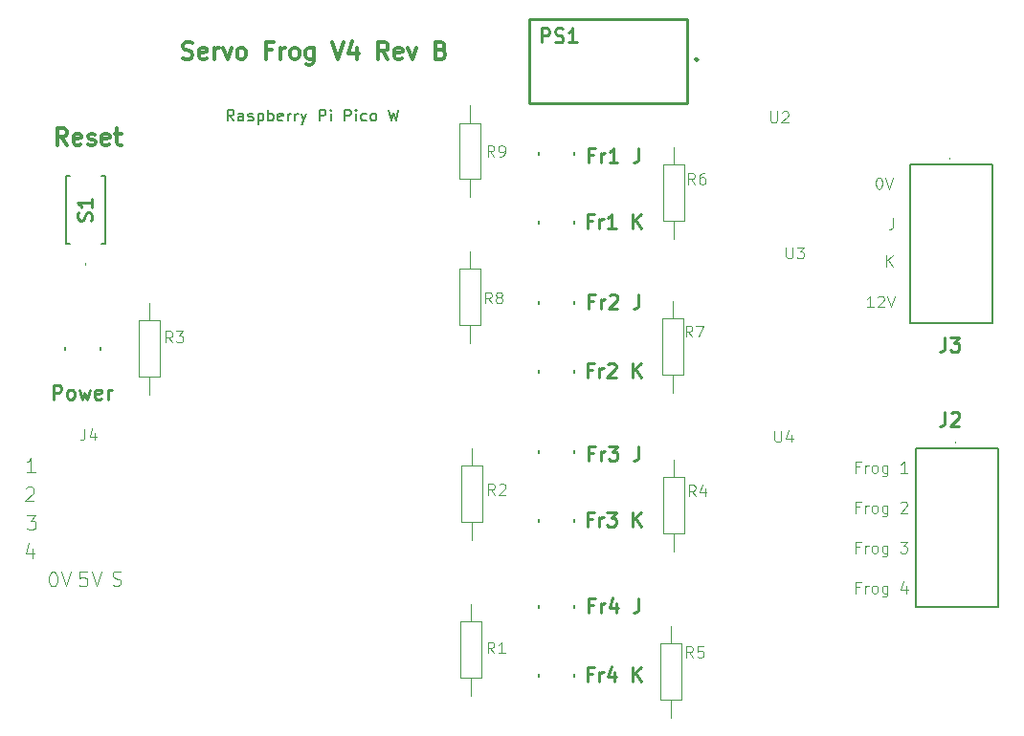
<source format=gbr>
%TF.GenerationSoftware,KiCad,Pcbnew,8.0.8*%
%TF.CreationDate,2025-03-04T21:19:46+00:00*%
%TF.ProjectId,Servo Frog V4 Rev B,53657276-6f20-4467-926f-672056342052,rev?*%
%TF.SameCoordinates,Original*%
%TF.FileFunction,Legend,Top*%
%TF.FilePolarity,Positive*%
%FSLAX46Y46*%
G04 Gerber Fmt 4.6, Leading zero omitted, Abs format (unit mm)*
G04 Created by KiCad (PCBNEW 8.0.8) date 2025-03-04 21:19:46*
%MOMM*%
%LPD*%
G01*
G04 APERTURE LIST*
%ADD10C,0.100000*%
%ADD11C,0.300000*%
%ADD12C,0.254000*%
%ADD13C,0.150000*%
%ADD14C,0.200000*%
G04 APERTURE END LIST*
D10*
X115683238Y-106455178D02*
X115804191Y-106455178D01*
X115804191Y-106455178D02*
X115925143Y-106515654D01*
X115925143Y-106515654D02*
X115985619Y-106576130D01*
X115985619Y-106576130D02*
X116046095Y-106697082D01*
X116046095Y-106697082D02*
X116106572Y-106938987D01*
X116106572Y-106938987D02*
X116106572Y-107241368D01*
X116106572Y-107241368D02*
X116046095Y-107483273D01*
X116046095Y-107483273D02*
X115985619Y-107604225D01*
X115985619Y-107604225D02*
X115925143Y-107664702D01*
X115925143Y-107664702D02*
X115804191Y-107725178D01*
X115804191Y-107725178D02*
X115683238Y-107725178D01*
X115683238Y-107725178D02*
X115562286Y-107664702D01*
X115562286Y-107664702D02*
X115501810Y-107604225D01*
X115501810Y-107604225D02*
X115441333Y-107483273D01*
X115441333Y-107483273D02*
X115380857Y-107241368D01*
X115380857Y-107241368D02*
X115380857Y-106938987D01*
X115380857Y-106938987D02*
X115441333Y-106697082D01*
X115441333Y-106697082D02*
X115501810Y-106576130D01*
X115501810Y-106576130D02*
X115562286Y-106515654D01*
X115562286Y-106515654D02*
X115683238Y-106455178D01*
X116469429Y-106455178D02*
X116892762Y-107725178D01*
X116892762Y-107725178D02*
X117316096Y-106455178D01*
X114152726Y-97621002D02*
X113427011Y-97621002D01*
X113789868Y-97621002D02*
X113789868Y-96351002D01*
X113789868Y-96351002D02*
X113668916Y-96532430D01*
X113668916Y-96532430D02*
X113547964Y-96653383D01*
X113547964Y-96653383D02*
X113427011Y-96713859D01*
X188759160Y-71516419D02*
X188854398Y-71516419D01*
X188854398Y-71516419D02*
X188949636Y-71564038D01*
X188949636Y-71564038D02*
X188997255Y-71611657D01*
X188997255Y-71611657D02*
X189044874Y-71706895D01*
X189044874Y-71706895D02*
X189092493Y-71897371D01*
X189092493Y-71897371D02*
X189092493Y-72135466D01*
X189092493Y-72135466D02*
X189044874Y-72325942D01*
X189044874Y-72325942D02*
X188997255Y-72421180D01*
X188997255Y-72421180D02*
X188949636Y-72468800D01*
X188949636Y-72468800D02*
X188854398Y-72516419D01*
X188854398Y-72516419D02*
X188759160Y-72516419D01*
X188759160Y-72516419D02*
X188663922Y-72468800D01*
X188663922Y-72468800D02*
X188616303Y-72421180D01*
X188616303Y-72421180D02*
X188568684Y-72325942D01*
X188568684Y-72325942D02*
X188521065Y-72135466D01*
X188521065Y-72135466D02*
X188521065Y-71897371D01*
X188521065Y-71897371D02*
X188568684Y-71706895D01*
X188568684Y-71706895D02*
X188616303Y-71611657D01*
X188616303Y-71611657D02*
X188663922Y-71564038D01*
X188663922Y-71564038D02*
X188759160Y-71516419D01*
X189378208Y-71516419D02*
X189711541Y-72516419D01*
X189711541Y-72516419D02*
X190044874Y-71516419D01*
X113315363Y-99039866D02*
X113375839Y-98979390D01*
X113375839Y-98979390D02*
X113496792Y-98918914D01*
X113496792Y-98918914D02*
X113799173Y-98918914D01*
X113799173Y-98918914D02*
X113920125Y-98979390D01*
X113920125Y-98979390D02*
X113980601Y-99039866D01*
X113980601Y-99039866D02*
X114041078Y-99160818D01*
X114041078Y-99160818D02*
X114041078Y-99281771D01*
X114041078Y-99281771D02*
X113980601Y-99463199D01*
X113980601Y-99463199D02*
X113254887Y-100188914D01*
X113254887Y-100188914D02*
X114041078Y-100188914D01*
X190073598Y-75072419D02*
X190073598Y-75786704D01*
X190073598Y-75786704D02*
X190025979Y-75929561D01*
X190025979Y-75929561D02*
X189930741Y-76024800D01*
X189930741Y-76024800D02*
X189787884Y-76072419D01*
X189787884Y-76072419D02*
X189692646Y-76072419D01*
D11*
X127229082Y-60943400D02*
X127443368Y-61014828D01*
X127443368Y-61014828D02*
X127800510Y-61014828D01*
X127800510Y-61014828D02*
X127943368Y-60943400D01*
X127943368Y-60943400D02*
X128014796Y-60871971D01*
X128014796Y-60871971D02*
X128086225Y-60729114D01*
X128086225Y-60729114D02*
X128086225Y-60586257D01*
X128086225Y-60586257D02*
X128014796Y-60443400D01*
X128014796Y-60443400D02*
X127943368Y-60371971D01*
X127943368Y-60371971D02*
X127800510Y-60300542D01*
X127800510Y-60300542D02*
X127514796Y-60229114D01*
X127514796Y-60229114D02*
X127371939Y-60157685D01*
X127371939Y-60157685D02*
X127300510Y-60086257D01*
X127300510Y-60086257D02*
X127229082Y-59943400D01*
X127229082Y-59943400D02*
X127229082Y-59800542D01*
X127229082Y-59800542D02*
X127300510Y-59657685D01*
X127300510Y-59657685D02*
X127371939Y-59586257D01*
X127371939Y-59586257D02*
X127514796Y-59514828D01*
X127514796Y-59514828D02*
X127871939Y-59514828D01*
X127871939Y-59514828D02*
X128086225Y-59586257D01*
X129300510Y-60943400D02*
X129157653Y-61014828D01*
X129157653Y-61014828D02*
X128871939Y-61014828D01*
X128871939Y-61014828D02*
X128729081Y-60943400D01*
X128729081Y-60943400D02*
X128657653Y-60800542D01*
X128657653Y-60800542D02*
X128657653Y-60229114D01*
X128657653Y-60229114D02*
X128729081Y-60086257D01*
X128729081Y-60086257D02*
X128871939Y-60014828D01*
X128871939Y-60014828D02*
X129157653Y-60014828D01*
X129157653Y-60014828D02*
X129300510Y-60086257D01*
X129300510Y-60086257D02*
X129371939Y-60229114D01*
X129371939Y-60229114D02*
X129371939Y-60371971D01*
X129371939Y-60371971D02*
X128657653Y-60514828D01*
X130014795Y-61014828D02*
X130014795Y-60014828D01*
X130014795Y-60300542D02*
X130086224Y-60157685D01*
X130086224Y-60157685D02*
X130157653Y-60086257D01*
X130157653Y-60086257D02*
X130300510Y-60014828D01*
X130300510Y-60014828D02*
X130443367Y-60014828D01*
X130800509Y-60014828D02*
X131157652Y-61014828D01*
X131157652Y-61014828D02*
X131514795Y-60014828D01*
X132300509Y-61014828D02*
X132157652Y-60943400D01*
X132157652Y-60943400D02*
X132086223Y-60871971D01*
X132086223Y-60871971D02*
X132014795Y-60729114D01*
X132014795Y-60729114D02*
X132014795Y-60300542D01*
X132014795Y-60300542D02*
X132086223Y-60157685D01*
X132086223Y-60157685D02*
X132157652Y-60086257D01*
X132157652Y-60086257D02*
X132300509Y-60014828D01*
X132300509Y-60014828D02*
X132514795Y-60014828D01*
X132514795Y-60014828D02*
X132657652Y-60086257D01*
X132657652Y-60086257D02*
X132729081Y-60157685D01*
X132729081Y-60157685D02*
X132800509Y-60300542D01*
X132800509Y-60300542D02*
X132800509Y-60729114D01*
X132800509Y-60729114D02*
X132729081Y-60871971D01*
X132729081Y-60871971D02*
X132657652Y-60943400D01*
X132657652Y-60943400D02*
X132514795Y-61014828D01*
X132514795Y-61014828D02*
X132300509Y-61014828D01*
X135086223Y-60229114D02*
X134586223Y-60229114D01*
X134586223Y-61014828D02*
X134586223Y-59514828D01*
X134586223Y-59514828D02*
X135300509Y-59514828D01*
X135871937Y-61014828D02*
X135871937Y-60014828D01*
X135871937Y-60300542D02*
X135943366Y-60157685D01*
X135943366Y-60157685D02*
X136014795Y-60086257D01*
X136014795Y-60086257D02*
X136157652Y-60014828D01*
X136157652Y-60014828D02*
X136300509Y-60014828D01*
X137014794Y-61014828D02*
X136871937Y-60943400D01*
X136871937Y-60943400D02*
X136800508Y-60871971D01*
X136800508Y-60871971D02*
X136729080Y-60729114D01*
X136729080Y-60729114D02*
X136729080Y-60300542D01*
X136729080Y-60300542D02*
X136800508Y-60157685D01*
X136800508Y-60157685D02*
X136871937Y-60086257D01*
X136871937Y-60086257D02*
X137014794Y-60014828D01*
X137014794Y-60014828D02*
X137229080Y-60014828D01*
X137229080Y-60014828D02*
X137371937Y-60086257D01*
X137371937Y-60086257D02*
X137443366Y-60157685D01*
X137443366Y-60157685D02*
X137514794Y-60300542D01*
X137514794Y-60300542D02*
X137514794Y-60729114D01*
X137514794Y-60729114D02*
X137443366Y-60871971D01*
X137443366Y-60871971D02*
X137371937Y-60943400D01*
X137371937Y-60943400D02*
X137229080Y-61014828D01*
X137229080Y-61014828D02*
X137014794Y-61014828D01*
X138800509Y-60014828D02*
X138800509Y-61229114D01*
X138800509Y-61229114D02*
X138729080Y-61371971D01*
X138729080Y-61371971D02*
X138657651Y-61443400D01*
X138657651Y-61443400D02*
X138514794Y-61514828D01*
X138514794Y-61514828D02*
X138300509Y-61514828D01*
X138300509Y-61514828D02*
X138157651Y-61443400D01*
X138800509Y-60943400D02*
X138657651Y-61014828D01*
X138657651Y-61014828D02*
X138371937Y-61014828D01*
X138371937Y-61014828D02*
X138229080Y-60943400D01*
X138229080Y-60943400D02*
X138157651Y-60871971D01*
X138157651Y-60871971D02*
X138086223Y-60729114D01*
X138086223Y-60729114D02*
X138086223Y-60300542D01*
X138086223Y-60300542D02*
X138157651Y-60157685D01*
X138157651Y-60157685D02*
X138229080Y-60086257D01*
X138229080Y-60086257D02*
X138371937Y-60014828D01*
X138371937Y-60014828D02*
X138657651Y-60014828D01*
X138657651Y-60014828D02*
X138800509Y-60086257D01*
X140443366Y-59514828D02*
X140943366Y-61014828D01*
X140943366Y-61014828D02*
X141443366Y-59514828D01*
X142586223Y-60014828D02*
X142586223Y-61014828D01*
X142229080Y-59443400D02*
X141871937Y-60514828D01*
X141871937Y-60514828D02*
X142800508Y-60514828D01*
X145371936Y-61014828D02*
X144871936Y-60300542D01*
X144514793Y-61014828D02*
X144514793Y-59514828D01*
X144514793Y-59514828D02*
X145086222Y-59514828D01*
X145086222Y-59514828D02*
X145229079Y-59586257D01*
X145229079Y-59586257D02*
X145300508Y-59657685D01*
X145300508Y-59657685D02*
X145371936Y-59800542D01*
X145371936Y-59800542D02*
X145371936Y-60014828D01*
X145371936Y-60014828D02*
X145300508Y-60157685D01*
X145300508Y-60157685D02*
X145229079Y-60229114D01*
X145229079Y-60229114D02*
X145086222Y-60300542D01*
X145086222Y-60300542D02*
X144514793Y-60300542D01*
X146586222Y-60943400D02*
X146443365Y-61014828D01*
X146443365Y-61014828D02*
X146157651Y-61014828D01*
X146157651Y-61014828D02*
X146014793Y-60943400D01*
X146014793Y-60943400D02*
X145943365Y-60800542D01*
X145943365Y-60800542D02*
X145943365Y-60229114D01*
X145943365Y-60229114D02*
X146014793Y-60086257D01*
X146014793Y-60086257D02*
X146157651Y-60014828D01*
X146157651Y-60014828D02*
X146443365Y-60014828D01*
X146443365Y-60014828D02*
X146586222Y-60086257D01*
X146586222Y-60086257D02*
X146657651Y-60229114D01*
X146657651Y-60229114D02*
X146657651Y-60371971D01*
X146657651Y-60371971D02*
X145943365Y-60514828D01*
X147157650Y-60014828D02*
X147514793Y-61014828D01*
X147514793Y-61014828D02*
X147871936Y-60014828D01*
X150086221Y-60229114D02*
X150300507Y-60300542D01*
X150300507Y-60300542D02*
X150371936Y-60371971D01*
X150371936Y-60371971D02*
X150443364Y-60514828D01*
X150443364Y-60514828D02*
X150443364Y-60729114D01*
X150443364Y-60729114D02*
X150371936Y-60871971D01*
X150371936Y-60871971D02*
X150300507Y-60943400D01*
X150300507Y-60943400D02*
X150157650Y-61014828D01*
X150157650Y-61014828D02*
X149586221Y-61014828D01*
X149586221Y-61014828D02*
X149586221Y-59514828D01*
X149586221Y-59514828D02*
X150086221Y-59514828D01*
X150086221Y-59514828D02*
X150229079Y-59586257D01*
X150229079Y-59586257D02*
X150300507Y-59657685D01*
X150300507Y-59657685D02*
X150371936Y-59800542D01*
X150371936Y-59800542D02*
X150371936Y-59943400D01*
X150371936Y-59943400D02*
X150300507Y-60086257D01*
X150300507Y-60086257D02*
X150229079Y-60157685D01*
X150229079Y-60157685D02*
X150086221Y-60229114D01*
X150086221Y-60229114D02*
X149586221Y-60229114D01*
D10*
X118721362Y-106442295D02*
X118116600Y-106442295D01*
X118116600Y-106442295D02*
X118056124Y-107047057D01*
X118056124Y-107047057D02*
X118116600Y-106986580D01*
X118116600Y-106986580D02*
X118237553Y-106926104D01*
X118237553Y-106926104D02*
X118539934Y-106926104D01*
X118539934Y-106926104D02*
X118660886Y-106986580D01*
X118660886Y-106986580D02*
X118721362Y-107047057D01*
X118721362Y-107047057D02*
X118781839Y-107168009D01*
X118781839Y-107168009D02*
X118781839Y-107470390D01*
X118781839Y-107470390D02*
X118721362Y-107591342D01*
X118721362Y-107591342D02*
X118660886Y-107651819D01*
X118660886Y-107651819D02*
X118539934Y-107712295D01*
X118539934Y-107712295D02*
X118237553Y-107712295D01*
X118237553Y-107712295D02*
X118116600Y-107651819D01*
X118116600Y-107651819D02*
X118056124Y-107591342D01*
X119144696Y-106442295D02*
X119568029Y-107712295D01*
X119568029Y-107712295D02*
X119991363Y-106442295D01*
X121019099Y-107608878D02*
X121200528Y-107669354D01*
X121200528Y-107669354D02*
X121502909Y-107669354D01*
X121502909Y-107669354D02*
X121623861Y-107608878D01*
X121623861Y-107608878D02*
X121684337Y-107548401D01*
X121684337Y-107548401D02*
X121744814Y-107427449D01*
X121744814Y-107427449D02*
X121744814Y-107306497D01*
X121744814Y-107306497D02*
X121684337Y-107185544D01*
X121684337Y-107185544D02*
X121623861Y-107125068D01*
X121623861Y-107125068D02*
X121502909Y-107064592D01*
X121502909Y-107064592D02*
X121261004Y-107004116D01*
X121261004Y-107004116D02*
X121140052Y-106943639D01*
X121140052Y-106943639D02*
X121079575Y-106883163D01*
X121079575Y-106883163D02*
X121019099Y-106762211D01*
X121019099Y-106762211D02*
X121019099Y-106641258D01*
X121019099Y-106641258D02*
X121079575Y-106520306D01*
X121079575Y-106520306D02*
X121140052Y-106459830D01*
X121140052Y-106459830D02*
X121261004Y-106399354D01*
X121261004Y-106399354D02*
X121563385Y-106399354D01*
X121563385Y-106399354D02*
X121744814Y-106459830D01*
X187073217Y-97138609D02*
X186739884Y-97138609D01*
X186739884Y-97662419D02*
X186739884Y-96662419D01*
X186739884Y-96662419D02*
X187216074Y-96662419D01*
X187597027Y-97662419D02*
X187597027Y-96995752D01*
X187597027Y-97186228D02*
X187644646Y-97090990D01*
X187644646Y-97090990D02*
X187692265Y-97043371D01*
X187692265Y-97043371D02*
X187787503Y-96995752D01*
X187787503Y-96995752D02*
X187882741Y-96995752D01*
X188358932Y-97662419D02*
X188263694Y-97614800D01*
X188263694Y-97614800D02*
X188216075Y-97567180D01*
X188216075Y-97567180D02*
X188168456Y-97471942D01*
X188168456Y-97471942D02*
X188168456Y-97186228D01*
X188168456Y-97186228D02*
X188216075Y-97090990D01*
X188216075Y-97090990D02*
X188263694Y-97043371D01*
X188263694Y-97043371D02*
X188358932Y-96995752D01*
X188358932Y-96995752D02*
X188501789Y-96995752D01*
X188501789Y-96995752D02*
X188597027Y-97043371D01*
X188597027Y-97043371D02*
X188644646Y-97090990D01*
X188644646Y-97090990D02*
X188692265Y-97186228D01*
X188692265Y-97186228D02*
X188692265Y-97471942D01*
X188692265Y-97471942D02*
X188644646Y-97567180D01*
X188644646Y-97567180D02*
X188597027Y-97614800D01*
X188597027Y-97614800D02*
X188501789Y-97662419D01*
X188501789Y-97662419D02*
X188358932Y-97662419D01*
X189549408Y-96995752D02*
X189549408Y-97805276D01*
X189549408Y-97805276D02*
X189501789Y-97900514D01*
X189501789Y-97900514D02*
X189454170Y-97948133D01*
X189454170Y-97948133D02*
X189358932Y-97995752D01*
X189358932Y-97995752D02*
X189216075Y-97995752D01*
X189216075Y-97995752D02*
X189120837Y-97948133D01*
X189549408Y-97614800D02*
X189454170Y-97662419D01*
X189454170Y-97662419D02*
X189263694Y-97662419D01*
X189263694Y-97662419D02*
X189168456Y-97614800D01*
X189168456Y-97614800D02*
X189120837Y-97567180D01*
X189120837Y-97567180D02*
X189073218Y-97471942D01*
X189073218Y-97471942D02*
X189073218Y-97186228D01*
X189073218Y-97186228D02*
X189120837Y-97090990D01*
X189120837Y-97090990D02*
X189168456Y-97043371D01*
X189168456Y-97043371D02*
X189263694Y-96995752D01*
X189263694Y-96995752D02*
X189454170Y-96995752D01*
X189454170Y-96995752D02*
X189549408Y-97043371D01*
X191311313Y-97662419D02*
X190739885Y-97662419D01*
X191025599Y-97662419D02*
X191025599Y-96662419D01*
X191025599Y-96662419D02*
X190930361Y-96805276D01*
X190930361Y-96805276D02*
X190835123Y-96900514D01*
X190835123Y-96900514D02*
X190739885Y-96948133D01*
X187073217Y-104250609D02*
X186739884Y-104250609D01*
X186739884Y-104774419D02*
X186739884Y-103774419D01*
X186739884Y-103774419D02*
X187216074Y-103774419D01*
X187597027Y-104774419D02*
X187597027Y-104107752D01*
X187597027Y-104298228D02*
X187644646Y-104202990D01*
X187644646Y-104202990D02*
X187692265Y-104155371D01*
X187692265Y-104155371D02*
X187787503Y-104107752D01*
X187787503Y-104107752D02*
X187882741Y-104107752D01*
X188358932Y-104774419D02*
X188263694Y-104726800D01*
X188263694Y-104726800D02*
X188216075Y-104679180D01*
X188216075Y-104679180D02*
X188168456Y-104583942D01*
X188168456Y-104583942D02*
X188168456Y-104298228D01*
X188168456Y-104298228D02*
X188216075Y-104202990D01*
X188216075Y-104202990D02*
X188263694Y-104155371D01*
X188263694Y-104155371D02*
X188358932Y-104107752D01*
X188358932Y-104107752D02*
X188501789Y-104107752D01*
X188501789Y-104107752D02*
X188597027Y-104155371D01*
X188597027Y-104155371D02*
X188644646Y-104202990D01*
X188644646Y-104202990D02*
X188692265Y-104298228D01*
X188692265Y-104298228D02*
X188692265Y-104583942D01*
X188692265Y-104583942D02*
X188644646Y-104679180D01*
X188644646Y-104679180D02*
X188597027Y-104726800D01*
X188597027Y-104726800D02*
X188501789Y-104774419D01*
X188501789Y-104774419D02*
X188358932Y-104774419D01*
X189549408Y-104107752D02*
X189549408Y-104917276D01*
X189549408Y-104917276D02*
X189501789Y-105012514D01*
X189501789Y-105012514D02*
X189454170Y-105060133D01*
X189454170Y-105060133D02*
X189358932Y-105107752D01*
X189358932Y-105107752D02*
X189216075Y-105107752D01*
X189216075Y-105107752D02*
X189120837Y-105060133D01*
X189549408Y-104726800D02*
X189454170Y-104774419D01*
X189454170Y-104774419D02*
X189263694Y-104774419D01*
X189263694Y-104774419D02*
X189168456Y-104726800D01*
X189168456Y-104726800D02*
X189120837Y-104679180D01*
X189120837Y-104679180D02*
X189073218Y-104583942D01*
X189073218Y-104583942D02*
X189073218Y-104298228D01*
X189073218Y-104298228D02*
X189120837Y-104202990D01*
X189120837Y-104202990D02*
X189168456Y-104155371D01*
X189168456Y-104155371D02*
X189263694Y-104107752D01*
X189263694Y-104107752D02*
X189454170Y-104107752D01*
X189454170Y-104107752D02*
X189549408Y-104155371D01*
X190692266Y-103774419D02*
X191311313Y-103774419D01*
X191311313Y-103774419D02*
X190977980Y-104155371D01*
X190977980Y-104155371D02*
X191120837Y-104155371D01*
X191120837Y-104155371D02*
X191216075Y-104202990D01*
X191216075Y-104202990D02*
X191263694Y-104250609D01*
X191263694Y-104250609D02*
X191311313Y-104345847D01*
X191311313Y-104345847D02*
X191311313Y-104583942D01*
X191311313Y-104583942D02*
X191263694Y-104679180D01*
X191263694Y-104679180D02*
X191216075Y-104726800D01*
X191216075Y-104726800D02*
X191120837Y-104774419D01*
X191120837Y-104774419D02*
X190835123Y-104774419D01*
X190835123Y-104774419D02*
X190739885Y-104726800D01*
X190739885Y-104726800D02*
X190692266Y-104679180D01*
D11*
X116981653Y-68634828D02*
X116481653Y-67920542D01*
X116124510Y-68634828D02*
X116124510Y-67134828D01*
X116124510Y-67134828D02*
X116695939Y-67134828D01*
X116695939Y-67134828D02*
X116838796Y-67206257D01*
X116838796Y-67206257D02*
X116910225Y-67277685D01*
X116910225Y-67277685D02*
X116981653Y-67420542D01*
X116981653Y-67420542D02*
X116981653Y-67634828D01*
X116981653Y-67634828D02*
X116910225Y-67777685D01*
X116910225Y-67777685D02*
X116838796Y-67849114D01*
X116838796Y-67849114D02*
X116695939Y-67920542D01*
X116695939Y-67920542D02*
X116124510Y-67920542D01*
X118195939Y-68563400D02*
X118053082Y-68634828D01*
X118053082Y-68634828D02*
X117767368Y-68634828D01*
X117767368Y-68634828D02*
X117624510Y-68563400D01*
X117624510Y-68563400D02*
X117553082Y-68420542D01*
X117553082Y-68420542D02*
X117553082Y-67849114D01*
X117553082Y-67849114D02*
X117624510Y-67706257D01*
X117624510Y-67706257D02*
X117767368Y-67634828D01*
X117767368Y-67634828D02*
X118053082Y-67634828D01*
X118053082Y-67634828D02*
X118195939Y-67706257D01*
X118195939Y-67706257D02*
X118267368Y-67849114D01*
X118267368Y-67849114D02*
X118267368Y-67991971D01*
X118267368Y-67991971D02*
X117553082Y-68134828D01*
X118838796Y-68563400D02*
X118981653Y-68634828D01*
X118981653Y-68634828D02*
X119267367Y-68634828D01*
X119267367Y-68634828D02*
X119410224Y-68563400D01*
X119410224Y-68563400D02*
X119481653Y-68420542D01*
X119481653Y-68420542D02*
X119481653Y-68349114D01*
X119481653Y-68349114D02*
X119410224Y-68206257D01*
X119410224Y-68206257D02*
X119267367Y-68134828D01*
X119267367Y-68134828D02*
X119053082Y-68134828D01*
X119053082Y-68134828D02*
X118910224Y-68063400D01*
X118910224Y-68063400D02*
X118838796Y-67920542D01*
X118838796Y-67920542D02*
X118838796Y-67849114D01*
X118838796Y-67849114D02*
X118910224Y-67706257D01*
X118910224Y-67706257D02*
X119053082Y-67634828D01*
X119053082Y-67634828D02*
X119267367Y-67634828D01*
X119267367Y-67634828D02*
X119410224Y-67706257D01*
X120695939Y-68563400D02*
X120553082Y-68634828D01*
X120553082Y-68634828D02*
X120267368Y-68634828D01*
X120267368Y-68634828D02*
X120124510Y-68563400D01*
X120124510Y-68563400D02*
X120053082Y-68420542D01*
X120053082Y-68420542D02*
X120053082Y-67849114D01*
X120053082Y-67849114D02*
X120124510Y-67706257D01*
X120124510Y-67706257D02*
X120267368Y-67634828D01*
X120267368Y-67634828D02*
X120553082Y-67634828D01*
X120553082Y-67634828D02*
X120695939Y-67706257D01*
X120695939Y-67706257D02*
X120767368Y-67849114D01*
X120767368Y-67849114D02*
X120767368Y-67991971D01*
X120767368Y-67991971D02*
X120053082Y-68134828D01*
X121195939Y-67634828D02*
X121767367Y-67634828D01*
X121410224Y-67134828D02*
X121410224Y-68420542D01*
X121410224Y-68420542D02*
X121481653Y-68563400D01*
X121481653Y-68563400D02*
X121624510Y-68634828D01*
X121624510Y-68634828D02*
X121767367Y-68634828D01*
D10*
X189483084Y-79374419D02*
X189483084Y-78374419D01*
X190054512Y-79374419D02*
X189625941Y-78802990D01*
X190054512Y-78374419D02*
X189483084Y-78945847D01*
X188318769Y-83000199D02*
X187747341Y-83000199D01*
X188033055Y-83000199D02*
X188033055Y-82000199D01*
X188033055Y-82000199D02*
X187937817Y-82143056D01*
X187937817Y-82143056D02*
X187842579Y-82238294D01*
X187842579Y-82238294D02*
X187747341Y-82285913D01*
X188699722Y-82095437D02*
X188747341Y-82047818D01*
X188747341Y-82047818D02*
X188842579Y-82000199D01*
X188842579Y-82000199D02*
X189080674Y-82000199D01*
X189080674Y-82000199D02*
X189175912Y-82047818D01*
X189175912Y-82047818D02*
X189223531Y-82095437D01*
X189223531Y-82095437D02*
X189271150Y-82190675D01*
X189271150Y-82190675D02*
X189271150Y-82285913D01*
X189271150Y-82285913D02*
X189223531Y-82428770D01*
X189223531Y-82428770D02*
X188652103Y-83000199D01*
X188652103Y-83000199D02*
X189271150Y-83000199D01*
X189556865Y-82000199D02*
X189890198Y-83000199D01*
X189890198Y-83000199D02*
X190223531Y-82000199D01*
X113422359Y-101431002D02*
X114208550Y-101431002D01*
X114208550Y-101431002D02*
X113785216Y-101914811D01*
X113785216Y-101914811D02*
X113966645Y-101914811D01*
X113966645Y-101914811D02*
X114087597Y-101975287D01*
X114087597Y-101975287D02*
X114148073Y-102035764D01*
X114148073Y-102035764D02*
X114208550Y-102156716D01*
X114208550Y-102156716D02*
X114208550Y-102459097D01*
X114208550Y-102459097D02*
X114148073Y-102580049D01*
X114148073Y-102580049D02*
X114087597Y-102640526D01*
X114087597Y-102640526D02*
X113966645Y-102701002D01*
X113966645Y-102701002D02*
X113603788Y-102701002D01*
X113603788Y-102701002D02*
X113482835Y-102640526D01*
X113482835Y-102640526D02*
X113422359Y-102580049D01*
X187073217Y-100694609D02*
X186739884Y-100694609D01*
X186739884Y-101218419D02*
X186739884Y-100218419D01*
X186739884Y-100218419D02*
X187216074Y-100218419D01*
X187597027Y-101218419D02*
X187597027Y-100551752D01*
X187597027Y-100742228D02*
X187644646Y-100646990D01*
X187644646Y-100646990D02*
X187692265Y-100599371D01*
X187692265Y-100599371D02*
X187787503Y-100551752D01*
X187787503Y-100551752D02*
X187882741Y-100551752D01*
X188358932Y-101218419D02*
X188263694Y-101170800D01*
X188263694Y-101170800D02*
X188216075Y-101123180D01*
X188216075Y-101123180D02*
X188168456Y-101027942D01*
X188168456Y-101027942D02*
X188168456Y-100742228D01*
X188168456Y-100742228D02*
X188216075Y-100646990D01*
X188216075Y-100646990D02*
X188263694Y-100599371D01*
X188263694Y-100599371D02*
X188358932Y-100551752D01*
X188358932Y-100551752D02*
X188501789Y-100551752D01*
X188501789Y-100551752D02*
X188597027Y-100599371D01*
X188597027Y-100599371D02*
X188644646Y-100646990D01*
X188644646Y-100646990D02*
X188692265Y-100742228D01*
X188692265Y-100742228D02*
X188692265Y-101027942D01*
X188692265Y-101027942D02*
X188644646Y-101123180D01*
X188644646Y-101123180D02*
X188597027Y-101170800D01*
X188597027Y-101170800D02*
X188501789Y-101218419D01*
X188501789Y-101218419D02*
X188358932Y-101218419D01*
X189549408Y-100551752D02*
X189549408Y-101361276D01*
X189549408Y-101361276D02*
X189501789Y-101456514D01*
X189501789Y-101456514D02*
X189454170Y-101504133D01*
X189454170Y-101504133D02*
X189358932Y-101551752D01*
X189358932Y-101551752D02*
X189216075Y-101551752D01*
X189216075Y-101551752D02*
X189120837Y-101504133D01*
X189549408Y-101170800D02*
X189454170Y-101218419D01*
X189454170Y-101218419D02*
X189263694Y-101218419D01*
X189263694Y-101218419D02*
X189168456Y-101170800D01*
X189168456Y-101170800D02*
X189120837Y-101123180D01*
X189120837Y-101123180D02*
X189073218Y-101027942D01*
X189073218Y-101027942D02*
X189073218Y-100742228D01*
X189073218Y-100742228D02*
X189120837Y-100646990D01*
X189120837Y-100646990D02*
X189168456Y-100599371D01*
X189168456Y-100599371D02*
X189263694Y-100551752D01*
X189263694Y-100551752D02*
X189454170Y-100551752D01*
X189454170Y-100551752D02*
X189549408Y-100599371D01*
X190739885Y-100313657D02*
X190787504Y-100266038D01*
X190787504Y-100266038D02*
X190882742Y-100218419D01*
X190882742Y-100218419D02*
X191120837Y-100218419D01*
X191120837Y-100218419D02*
X191216075Y-100266038D01*
X191216075Y-100266038D02*
X191263694Y-100313657D01*
X191263694Y-100313657D02*
X191311313Y-100408895D01*
X191311313Y-100408895D02*
X191311313Y-100504133D01*
X191311313Y-100504133D02*
X191263694Y-100646990D01*
X191263694Y-100646990D02*
X190692266Y-101218419D01*
X190692266Y-101218419D02*
X191311313Y-101218419D01*
X187073217Y-107806609D02*
X186739884Y-107806609D01*
X186739884Y-108330419D02*
X186739884Y-107330419D01*
X186739884Y-107330419D02*
X187216074Y-107330419D01*
X187597027Y-108330419D02*
X187597027Y-107663752D01*
X187597027Y-107854228D02*
X187644646Y-107758990D01*
X187644646Y-107758990D02*
X187692265Y-107711371D01*
X187692265Y-107711371D02*
X187787503Y-107663752D01*
X187787503Y-107663752D02*
X187882741Y-107663752D01*
X188358932Y-108330419D02*
X188263694Y-108282800D01*
X188263694Y-108282800D02*
X188216075Y-108235180D01*
X188216075Y-108235180D02*
X188168456Y-108139942D01*
X188168456Y-108139942D02*
X188168456Y-107854228D01*
X188168456Y-107854228D02*
X188216075Y-107758990D01*
X188216075Y-107758990D02*
X188263694Y-107711371D01*
X188263694Y-107711371D02*
X188358932Y-107663752D01*
X188358932Y-107663752D02*
X188501789Y-107663752D01*
X188501789Y-107663752D02*
X188597027Y-107711371D01*
X188597027Y-107711371D02*
X188644646Y-107758990D01*
X188644646Y-107758990D02*
X188692265Y-107854228D01*
X188692265Y-107854228D02*
X188692265Y-108139942D01*
X188692265Y-108139942D02*
X188644646Y-108235180D01*
X188644646Y-108235180D02*
X188597027Y-108282800D01*
X188597027Y-108282800D02*
X188501789Y-108330419D01*
X188501789Y-108330419D02*
X188358932Y-108330419D01*
X189549408Y-107663752D02*
X189549408Y-108473276D01*
X189549408Y-108473276D02*
X189501789Y-108568514D01*
X189501789Y-108568514D02*
X189454170Y-108616133D01*
X189454170Y-108616133D02*
X189358932Y-108663752D01*
X189358932Y-108663752D02*
X189216075Y-108663752D01*
X189216075Y-108663752D02*
X189120837Y-108616133D01*
X189549408Y-108282800D02*
X189454170Y-108330419D01*
X189454170Y-108330419D02*
X189263694Y-108330419D01*
X189263694Y-108330419D02*
X189168456Y-108282800D01*
X189168456Y-108282800D02*
X189120837Y-108235180D01*
X189120837Y-108235180D02*
X189073218Y-108139942D01*
X189073218Y-108139942D02*
X189073218Y-107854228D01*
X189073218Y-107854228D02*
X189120837Y-107758990D01*
X189120837Y-107758990D02*
X189168456Y-107711371D01*
X189168456Y-107711371D02*
X189263694Y-107663752D01*
X189263694Y-107663752D02*
X189454170Y-107663752D01*
X189454170Y-107663752D02*
X189549408Y-107711371D01*
X191216075Y-107663752D02*
X191216075Y-108330419D01*
X190977980Y-107282800D02*
X190739885Y-107997085D01*
X190739885Y-107997085D02*
X191358932Y-107997085D01*
X113920125Y-104366423D02*
X113920125Y-105213090D01*
X113617744Y-103882614D02*
X113315363Y-104789756D01*
X113315363Y-104789756D02*
X114101554Y-104789756D01*
D12*
X163569953Y-109383080D02*
X163146619Y-109383080D01*
X163146619Y-110048318D02*
X163146619Y-108778318D01*
X163146619Y-108778318D02*
X163751381Y-108778318D01*
X164235190Y-110048318D02*
X164235190Y-109201651D01*
X164235190Y-109443556D02*
X164295667Y-109322603D01*
X164295667Y-109322603D02*
X164356143Y-109262127D01*
X164356143Y-109262127D02*
X164477095Y-109201651D01*
X164477095Y-109201651D02*
X164598048Y-109201651D01*
X165565666Y-109201651D02*
X165565666Y-110048318D01*
X165263285Y-108717842D02*
X164960904Y-109624984D01*
X164960904Y-109624984D02*
X165747095Y-109624984D01*
X167561381Y-108778318D02*
X167561381Y-109685461D01*
X167561381Y-109685461D02*
X167500904Y-109866889D01*
X167500904Y-109866889D02*
X167379952Y-109987842D01*
X167379952Y-109987842D02*
X167198523Y-110048318D01*
X167198523Y-110048318D02*
X167077571Y-110048318D01*
D10*
X179222495Y-65649819D02*
X179222495Y-66459342D01*
X179222495Y-66459342D02*
X179270114Y-66554580D01*
X179270114Y-66554580D02*
X179317733Y-66602200D01*
X179317733Y-66602200D02*
X179412971Y-66649819D01*
X179412971Y-66649819D02*
X179603447Y-66649819D01*
X179603447Y-66649819D02*
X179698685Y-66602200D01*
X179698685Y-66602200D02*
X179746304Y-66554580D01*
X179746304Y-66554580D02*
X179793923Y-66459342D01*
X179793923Y-66459342D02*
X179793923Y-65649819D01*
X180222495Y-65745057D02*
X180270114Y-65697438D01*
X180270114Y-65697438D02*
X180365352Y-65649819D01*
X180365352Y-65649819D02*
X180603447Y-65649819D01*
X180603447Y-65649819D02*
X180698685Y-65697438D01*
X180698685Y-65697438D02*
X180746304Y-65745057D01*
X180746304Y-65745057D02*
X180793923Y-65840295D01*
X180793923Y-65840295D02*
X180793923Y-65935533D01*
X180793923Y-65935533D02*
X180746304Y-66078390D01*
X180746304Y-66078390D02*
X180174876Y-66649819D01*
X180174876Y-66649819D02*
X180793923Y-66649819D01*
X172293750Y-85622781D02*
X171960417Y-85146590D01*
X171722322Y-85622781D02*
X171722322Y-84622781D01*
X171722322Y-84622781D02*
X172103274Y-84622781D01*
X172103274Y-84622781D02*
X172198512Y-84670400D01*
X172198512Y-84670400D02*
X172246131Y-84718019D01*
X172246131Y-84718019D02*
X172293750Y-84813257D01*
X172293750Y-84813257D02*
X172293750Y-84956114D01*
X172293750Y-84956114D02*
X172246131Y-85051352D01*
X172246131Y-85051352D02*
X172198512Y-85098971D01*
X172198512Y-85098971D02*
X172103274Y-85146590D01*
X172103274Y-85146590D02*
X171722322Y-85146590D01*
X172627084Y-84622781D02*
X173293750Y-84622781D01*
X173293750Y-84622781D02*
X172865179Y-85622781D01*
X180594095Y-77689419D02*
X180594095Y-78498942D01*
X180594095Y-78498942D02*
X180641714Y-78594180D01*
X180641714Y-78594180D02*
X180689333Y-78641800D01*
X180689333Y-78641800D02*
X180784571Y-78689419D01*
X180784571Y-78689419D02*
X180975047Y-78689419D01*
X180975047Y-78689419D02*
X181070285Y-78641800D01*
X181070285Y-78641800D02*
X181117904Y-78594180D01*
X181117904Y-78594180D02*
X181165523Y-78498942D01*
X181165523Y-78498942D02*
X181165523Y-77689419D01*
X181546476Y-77689419D02*
X182165523Y-77689419D01*
X182165523Y-77689419D02*
X181832190Y-78070371D01*
X181832190Y-78070371D02*
X181975047Y-78070371D01*
X181975047Y-78070371D02*
X182070285Y-78117990D01*
X182070285Y-78117990D02*
X182117904Y-78165609D01*
X182117904Y-78165609D02*
X182165523Y-78260847D01*
X182165523Y-78260847D02*
X182165523Y-78498942D01*
X182165523Y-78498942D02*
X182117904Y-78594180D01*
X182117904Y-78594180D02*
X182070285Y-78641800D01*
X182070285Y-78641800D02*
X181975047Y-78689419D01*
X181975047Y-78689419D02*
X181689333Y-78689419D01*
X181689333Y-78689419D02*
X181594095Y-78641800D01*
X181594095Y-78641800D02*
X181546476Y-78594180D01*
D13*
X131731618Y-66494819D02*
X131398285Y-66018628D01*
X131160190Y-66494819D02*
X131160190Y-65494819D01*
X131160190Y-65494819D02*
X131541142Y-65494819D01*
X131541142Y-65494819D02*
X131636380Y-65542438D01*
X131636380Y-65542438D02*
X131683999Y-65590057D01*
X131683999Y-65590057D02*
X131731618Y-65685295D01*
X131731618Y-65685295D02*
X131731618Y-65828152D01*
X131731618Y-65828152D02*
X131683999Y-65923390D01*
X131683999Y-65923390D02*
X131636380Y-65971009D01*
X131636380Y-65971009D02*
X131541142Y-66018628D01*
X131541142Y-66018628D02*
X131160190Y-66018628D01*
X132588761Y-66494819D02*
X132588761Y-65971009D01*
X132588761Y-65971009D02*
X132541142Y-65875771D01*
X132541142Y-65875771D02*
X132445904Y-65828152D01*
X132445904Y-65828152D02*
X132255428Y-65828152D01*
X132255428Y-65828152D02*
X132160190Y-65875771D01*
X132588761Y-66447200D02*
X132493523Y-66494819D01*
X132493523Y-66494819D02*
X132255428Y-66494819D01*
X132255428Y-66494819D02*
X132160190Y-66447200D01*
X132160190Y-66447200D02*
X132112571Y-66351961D01*
X132112571Y-66351961D02*
X132112571Y-66256723D01*
X132112571Y-66256723D02*
X132160190Y-66161485D01*
X132160190Y-66161485D02*
X132255428Y-66113866D01*
X132255428Y-66113866D02*
X132493523Y-66113866D01*
X132493523Y-66113866D02*
X132588761Y-66066247D01*
X133017333Y-66447200D02*
X133112571Y-66494819D01*
X133112571Y-66494819D02*
X133303047Y-66494819D01*
X133303047Y-66494819D02*
X133398285Y-66447200D01*
X133398285Y-66447200D02*
X133445904Y-66351961D01*
X133445904Y-66351961D02*
X133445904Y-66304342D01*
X133445904Y-66304342D02*
X133398285Y-66209104D01*
X133398285Y-66209104D02*
X133303047Y-66161485D01*
X133303047Y-66161485D02*
X133160190Y-66161485D01*
X133160190Y-66161485D02*
X133064952Y-66113866D01*
X133064952Y-66113866D02*
X133017333Y-66018628D01*
X133017333Y-66018628D02*
X133017333Y-65971009D01*
X133017333Y-65971009D02*
X133064952Y-65875771D01*
X133064952Y-65875771D02*
X133160190Y-65828152D01*
X133160190Y-65828152D02*
X133303047Y-65828152D01*
X133303047Y-65828152D02*
X133398285Y-65875771D01*
X133874476Y-65828152D02*
X133874476Y-66828152D01*
X133874476Y-65875771D02*
X133969714Y-65828152D01*
X133969714Y-65828152D02*
X134160190Y-65828152D01*
X134160190Y-65828152D02*
X134255428Y-65875771D01*
X134255428Y-65875771D02*
X134303047Y-65923390D01*
X134303047Y-65923390D02*
X134350666Y-66018628D01*
X134350666Y-66018628D02*
X134350666Y-66304342D01*
X134350666Y-66304342D02*
X134303047Y-66399580D01*
X134303047Y-66399580D02*
X134255428Y-66447200D01*
X134255428Y-66447200D02*
X134160190Y-66494819D01*
X134160190Y-66494819D02*
X133969714Y-66494819D01*
X133969714Y-66494819D02*
X133874476Y-66447200D01*
X134779238Y-66494819D02*
X134779238Y-65494819D01*
X134779238Y-65875771D02*
X134874476Y-65828152D01*
X134874476Y-65828152D02*
X135064952Y-65828152D01*
X135064952Y-65828152D02*
X135160190Y-65875771D01*
X135160190Y-65875771D02*
X135207809Y-65923390D01*
X135207809Y-65923390D02*
X135255428Y-66018628D01*
X135255428Y-66018628D02*
X135255428Y-66304342D01*
X135255428Y-66304342D02*
X135207809Y-66399580D01*
X135207809Y-66399580D02*
X135160190Y-66447200D01*
X135160190Y-66447200D02*
X135064952Y-66494819D01*
X135064952Y-66494819D02*
X134874476Y-66494819D01*
X134874476Y-66494819D02*
X134779238Y-66447200D01*
X136064952Y-66447200D02*
X135969714Y-66494819D01*
X135969714Y-66494819D02*
X135779238Y-66494819D01*
X135779238Y-66494819D02*
X135684000Y-66447200D01*
X135684000Y-66447200D02*
X135636381Y-66351961D01*
X135636381Y-66351961D02*
X135636381Y-65971009D01*
X135636381Y-65971009D02*
X135684000Y-65875771D01*
X135684000Y-65875771D02*
X135779238Y-65828152D01*
X135779238Y-65828152D02*
X135969714Y-65828152D01*
X135969714Y-65828152D02*
X136064952Y-65875771D01*
X136064952Y-65875771D02*
X136112571Y-65971009D01*
X136112571Y-65971009D02*
X136112571Y-66066247D01*
X136112571Y-66066247D02*
X135636381Y-66161485D01*
X136541143Y-66494819D02*
X136541143Y-65828152D01*
X136541143Y-66018628D02*
X136588762Y-65923390D01*
X136588762Y-65923390D02*
X136636381Y-65875771D01*
X136636381Y-65875771D02*
X136731619Y-65828152D01*
X136731619Y-65828152D02*
X136826857Y-65828152D01*
X137160191Y-66494819D02*
X137160191Y-65828152D01*
X137160191Y-66018628D02*
X137207810Y-65923390D01*
X137207810Y-65923390D02*
X137255429Y-65875771D01*
X137255429Y-65875771D02*
X137350667Y-65828152D01*
X137350667Y-65828152D02*
X137445905Y-65828152D01*
X137684001Y-65828152D02*
X137922096Y-66494819D01*
X138160191Y-65828152D02*
X137922096Y-66494819D01*
X137922096Y-66494819D02*
X137826858Y-66732914D01*
X137826858Y-66732914D02*
X137779239Y-66780533D01*
X137779239Y-66780533D02*
X137684001Y-66828152D01*
X139303049Y-66494819D02*
X139303049Y-65494819D01*
X139303049Y-65494819D02*
X139684001Y-65494819D01*
X139684001Y-65494819D02*
X139779239Y-65542438D01*
X139779239Y-65542438D02*
X139826858Y-65590057D01*
X139826858Y-65590057D02*
X139874477Y-65685295D01*
X139874477Y-65685295D02*
X139874477Y-65828152D01*
X139874477Y-65828152D02*
X139826858Y-65923390D01*
X139826858Y-65923390D02*
X139779239Y-65971009D01*
X139779239Y-65971009D02*
X139684001Y-66018628D01*
X139684001Y-66018628D02*
X139303049Y-66018628D01*
X140303049Y-66494819D02*
X140303049Y-65828152D01*
X140303049Y-65494819D02*
X140255430Y-65542438D01*
X140255430Y-65542438D02*
X140303049Y-65590057D01*
X140303049Y-65590057D02*
X140350668Y-65542438D01*
X140350668Y-65542438D02*
X140303049Y-65494819D01*
X140303049Y-65494819D02*
X140303049Y-65590057D01*
X141541144Y-66494819D02*
X141541144Y-65494819D01*
X141541144Y-65494819D02*
X141922096Y-65494819D01*
X141922096Y-65494819D02*
X142017334Y-65542438D01*
X142017334Y-65542438D02*
X142064953Y-65590057D01*
X142064953Y-65590057D02*
X142112572Y-65685295D01*
X142112572Y-65685295D02*
X142112572Y-65828152D01*
X142112572Y-65828152D02*
X142064953Y-65923390D01*
X142064953Y-65923390D02*
X142017334Y-65971009D01*
X142017334Y-65971009D02*
X141922096Y-66018628D01*
X141922096Y-66018628D02*
X141541144Y-66018628D01*
X142541144Y-66494819D02*
X142541144Y-65828152D01*
X142541144Y-65494819D02*
X142493525Y-65542438D01*
X142493525Y-65542438D02*
X142541144Y-65590057D01*
X142541144Y-65590057D02*
X142588763Y-65542438D01*
X142588763Y-65542438D02*
X142541144Y-65494819D01*
X142541144Y-65494819D02*
X142541144Y-65590057D01*
X143445905Y-66447200D02*
X143350667Y-66494819D01*
X143350667Y-66494819D02*
X143160191Y-66494819D01*
X143160191Y-66494819D02*
X143064953Y-66447200D01*
X143064953Y-66447200D02*
X143017334Y-66399580D01*
X143017334Y-66399580D02*
X142969715Y-66304342D01*
X142969715Y-66304342D02*
X142969715Y-66018628D01*
X142969715Y-66018628D02*
X143017334Y-65923390D01*
X143017334Y-65923390D02*
X143064953Y-65875771D01*
X143064953Y-65875771D02*
X143160191Y-65828152D01*
X143160191Y-65828152D02*
X143350667Y-65828152D01*
X143350667Y-65828152D02*
X143445905Y-65875771D01*
X144017334Y-66494819D02*
X143922096Y-66447200D01*
X143922096Y-66447200D02*
X143874477Y-66399580D01*
X143874477Y-66399580D02*
X143826858Y-66304342D01*
X143826858Y-66304342D02*
X143826858Y-66018628D01*
X143826858Y-66018628D02*
X143874477Y-65923390D01*
X143874477Y-65923390D02*
X143922096Y-65875771D01*
X143922096Y-65875771D02*
X144017334Y-65828152D01*
X144017334Y-65828152D02*
X144160191Y-65828152D01*
X144160191Y-65828152D02*
X144255429Y-65875771D01*
X144255429Y-65875771D02*
X144303048Y-65923390D01*
X144303048Y-65923390D02*
X144350667Y-66018628D01*
X144350667Y-66018628D02*
X144350667Y-66304342D01*
X144350667Y-66304342D02*
X144303048Y-66399580D01*
X144303048Y-66399580D02*
X144255429Y-66447200D01*
X144255429Y-66447200D02*
X144160191Y-66494819D01*
X144160191Y-66494819D02*
X144017334Y-66494819D01*
X145445906Y-65494819D02*
X145684001Y-66494819D01*
X145684001Y-66494819D02*
X145874477Y-65780533D01*
X145874477Y-65780533D02*
X146064953Y-66494819D01*
X146064953Y-66494819D02*
X146303049Y-65494819D01*
D12*
X194648667Y-85664318D02*
X194648667Y-86571461D01*
X194648667Y-86571461D02*
X194588190Y-86752889D01*
X194588190Y-86752889D02*
X194467238Y-86873842D01*
X194467238Y-86873842D02*
X194285809Y-86934318D01*
X194285809Y-86934318D02*
X194164857Y-86934318D01*
X195132476Y-85664318D02*
X195918667Y-85664318D01*
X195918667Y-85664318D02*
X195495333Y-86148127D01*
X195495333Y-86148127D02*
X195676762Y-86148127D01*
X195676762Y-86148127D02*
X195797714Y-86208603D01*
X195797714Y-86208603D02*
X195858190Y-86269080D01*
X195858190Y-86269080D02*
X195918667Y-86390032D01*
X195918667Y-86390032D02*
X195918667Y-86692413D01*
X195918667Y-86692413D02*
X195858190Y-86813365D01*
X195858190Y-86813365D02*
X195797714Y-86873842D01*
X195797714Y-86873842D02*
X195676762Y-86934318D01*
X195676762Y-86934318D02*
X195313905Y-86934318D01*
X195313905Y-86934318D02*
X195192952Y-86873842D01*
X195192952Y-86873842D02*
X195132476Y-86813365D01*
D10*
X179578095Y-93945419D02*
X179578095Y-94754942D01*
X179578095Y-94754942D02*
X179625714Y-94850180D01*
X179625714Y-94850180D02*
X179673333Y-94897800D01*
X179673333Y-94897800D02*
X179768571Y-94945419D01*
X179768571Y-94945419D02*
X179959047Y-94945419D01*
X179959047Y-94945419D02*
X180054285Y-94897800D01*
X180054285Y-94897800D02*
X180101904Y-94850180D01*
X180101904Y-94850180D02*
X180149523Y-94754942D01*
X180149523Y-94754942D02*
X180149523Y-93945419D01*
X181054285Y-94278752D02*
X181054285Y-94945419D01*
X180816190Y-93897800D02*
X180578095Y-94612085D01*
X180578095Y-94612085D02*
X181197142Y-94612085D01*
X172572871Y-99746298D02*
X172239538Y-99270107D01*
X172001443Y-99746298D02*
X172001443Y-98746298D01*
X172001443Y-98746298D02*
X172382395Y-98746298D01*
X172382395Y-98746298D02*
X172477633Y-98793917D01*
X172477633Y-98793917D02*
X172525252Y-98841536D01*
X172525252Y-98841536D02*
X172572871Y-98936774D01*
X172572871Y-98936774D02*
X172572871Y-99079631D01*
X172572871Y-99079631D02*
X172525252Y-99174869D01*
X172525252Y-99174869D02*
X172477633Y-99222488D01*
X172477633Y-99222488D02*
X172382395Y-99270107D01*
X172382395Y-99270107D02*
X172001443Y-99270107D01*
X173430014Y-99079631D02*
X173430014Y-99746298D01*
X173191919Y-98698679D02*
X172953824Y-99412964D01*
X172953824Y-99412964D02*
X173572871Y-99412964D01*
X154541662Y-82664100D02*
X154208329Y-82187909D01*
X153970234Y-82664100D02*
X153970234Y-81664100D01*
X153970234Y-81664100D02*
X154351186Y-81664100D01*
X154351186Y-81664100D02*
X154446424Y-81711719D01*
X154446424Y-81711719D02*
X154494043Y-81759338D01*
X154494043Y-81759338D02*
X154541662Y-81854576D01*
X154541662Y-81854576D02*
X154541662Y-81997433D01*
X154541662Y-81997433D02*
X154494043Y-82092671D01*
X154494043Y-82092671D02*
X154446424Y-82140290D01*
X154446424Y-82140290D02*
X154351186Y-82187909D01*
X154351186Y-82187909D02*
X153970234Y-82187909D01*
X155113091Y-82092671D02*
X155017853Y-82045052D01*
X155017853Y-82045052D02*
X154970234Y-81997433D01*
X154970234Y-81997433D02*
X154922615Y-81902195D01*
X154922615Y-81902195D02*
X154922615Y-81854576D01*
X154922615Y-81854576D02*
X154970234Y-81759338D01*
X154970234Y-81759338D02*
X155017853Y-81711719D01*
X155017853Y-81711719D02*
X155113091Y-81664100D01*
X155113091Y-81664100D02*
X155303567Y-81664100D01*
X155303567Y-81664100D02*
X155398805Y-81711719D01*
X155398805Y-81711719D02*
X155446424Y-81759338D01*
X155446424Y-81759338D02*
X155494043Y-81854576D01*
X155494043Y-81854576D02*
X155494043Y-81902195D01*
X155494043Y-81902195D02*
X155446424Y-81997433D01*
X155446424Y-81997433D02*
X155398805Y-82045052D01*
X155398805Y-82045052D02*
X155303567Y-82092671D01*
X155303567Y-82092671D02*
X155113091Y-82092671D01*
X155113091Y-82092671D02*
X155017853Y-82140290D01*
X155017853Y-82140290D02*
X154970234Y-82187909D01*
X154970234Y-82187909D02*
X154922615Y-82283147D01*
X154922615Y-82283147D02*
X154922615Y-82473623D01*
X154922615Y-82473623D02*
X154970234Y-82568861D01*
X154970234Y-82568861D02*
X155017853Y-82616481D01*
X155017853Y-82616481D02*
X155113091Y-82664100D01*
X155113091Y-82664100D02*
X155303567Y-82664100D01*
X155303567Y-82664100D02*
X155398805Y-82616481D01*
X155398805Y-82616481D02*
X155446424Y-82568861D01*
X155446424Y-82568861D02*
X155494043Y-82473623D01*
X155494043Y-82473623D02*
X155494043Y-82283147D01*
X155494043Y-82283147D02*
X155446424Y-82187909D01*
X155446424Y-82187909D02*
X155398805Y-82140290D01*
X155398805Y-82140290D02*
X155303567Y-82092671D01*
D12*
X163569953Y-95921080D02*
X163146619Y-95921080D01*
X163146619Y-96586318D02*
X163146619Y-95316318D01*
X163146619Y-95316318D02*
X163751381Y-95316318D01*
X164235190Y-96586318D02*
X164235190Y-95739651D01*
X164235190Y-95981556D02*
X164295667Y-95860603D01*
X164295667Y-95860603D02*
X164356143Y-95800127D01*
X164356143Y-95800127D02*
X164477095Y-95739651D01*
X164477095Y-95739651D02*
X164598048Y-95739651D01*
X164900428Y-95316318D02*
X165686619Y-95316318D01*
X165686619Y-95316318D02*
X165263285Y-95800127D01*
X165263285Y-95800127D02*
X165444714Y-95800127D01*
X165444714Y-95800127D02*
X165565666Y-95860603D01*
X165565666Y-95860603D02*
X165626142Y-95921080D01*
X165626142Y-95921080D02*
X165686619Y-96042032D01*
X165686619Y-96042032D02*
X165686619Y-96344413D01*
X165686619Y-96344413D02*
X165626142Y-96465365D01*
X165626142Y-96465365D02*
X165565666Y-96525842D01*
X165565666Y-96525842D02*
X165444714Y-96586318D01*
X165444714Y-96586318D02*
X165081857Y-96586318D01*
X165081857Y-96586318D02*
X164960904Y-96525842D01*
X164960904Y-96525842D02*
X164900428Y-96465365D01*
X167561381Y-95316318D02*
X167561381Y-96223461D01*
X167561381Y-96223461D02*
X167500904Y-96404889D01*
X167500904Y-96404889D02*
X167379952Y-96525842D01*
X167379952Y-96525842D02*
X167198523Y-96586318D01*
X167198523Y-96586318D02*
X167077571Y-96586318D01*
D10*
X154764959Y-69657067D02*
X154431626Y-69180876D01*
X154193531Y-69657067D02*
X154193531Y-68657067D01*
X154193531Y-68657067D02*
X154574483Y-68657067D01*
X154574483Y-68657067D02*
X154669721Y-68704686D01*
X154669721Y-68704686D02*
X154717340Y-68752305D01*
X154717340Y-68752305D02*
X154764959Y-68847543D01*
X154764959Y-68847543D02*
X154764959Y-68990400D01*
X154764959Y-68990400D02*
X154717340Y-69085638D01*
X154717340Y-69085638D02*
X154669721Y-69133257D01*
X154669721Y-69133257D02*
X154574483Y-69180876D01*
X154574483Y-69180876D02*
X154193531Y-69180876D01*
X155241150Y-69657067D02*
X155431626Y-69657067D01*
X155431626Y-69657067D02*
X155526864Y-69609448D01*
X155526864Y-69609448D02*
X155574483Y-69561828D01*
X155574483Y-69561828D02*
X155669721Y-69418971D01*
X155669721Y-69418971D02*
X155717340Y-69228495D01*
X155717340Y-69228495D02*
X155717340Y-68847543D01*
X155717340Y-68847543D02*
X155669721Y-68752305D01*
X155669721Y-68752305D02*
X155622102Y-68704686D01*
X155622102Y-68704686D02*
X155526864Y-68657067D01*
X155526864Y-68657067D02*
X155336388Y-68657067D01*
X155336388Y-68657067D02*
X155241150Y-68704686D01*
X155241150Y-68704686D02*
X155193531Y-68752305D01*
X155193531Y-68752305D02*
X155145912Y-68847543D01*
X155145912Y-68847543D02*
X155145912Y-69085638D01*
X155145912Y-69085638D02*
X155193531Y-69180876D01*
X155193531Y-69180876D02*
X155241150Y-69228495D01*
X155241150Y-69228495D02*
X155336388Y-69276114D01*
X155336388Y-69276114D02*
X155526864Y-69276114D01*
X155526864Y-69276114D02*
X155622102Y-69228495D01*
X155622102Y-69228495D02*
X155669721Y-69180876D01*
X155669721Y-69180876D02*
X155717340Y-69085638D01*
D12*
X163418762Y-88555080D02*
X162995428Y-88555080D01*
X162995428Y-89220318D02*
X162995428Y-87950318D01*
X162995428Y-87950318D02*
X163600190Y-87950318D01*
X164083999Y-89220318D02*
X164083999Y-88373651D01*
X164083999Y-88615556D02*
X164144476Y-88494603D01*
X164144476Y-88494603D02*
X164204952Y-88434127D01*
X164204952Y-88434127D02*
X164325904Y-88373651D01*
X164325904Y-88373651D02*
X164446857Y-88373651D01*
X164809713Y-88071270D02*
X164870189Y-88010794D01*
X164870189Y-88010794D02*
X164991142Y-87950318D01*
X164991142Y-87950318D02*
X165293523Y-87950318D01*
X165293523Y-87950318D02*
X165414475Y-88010794D01*
X165414475Y-88010794D02*
X165474951Y-88071270D01*
X165474951Y-88071270D02*
X165535428Y-88192222D01*
X165535428Y-88192222D02*
X165535428Y-88313175D01*
X165535428Y-88313175D02*
X165474951Y-88494603D01*
X165474951Y-88494603D02*
X164749237Y-89220318D01*
X164749237Y-89220318D02*
X165535428Y-89220318D01*
X167047332Y-89220318D02*
X167047332Y-87950318D01*
X167773047Y-89220318D02*
X167228761Y-88494603D01*
X167773047Y-87950318D02*
X167047332Y-88676032D01*
D10*
X172349574Y-114037287D02*
X172016241Y-113561096D01*
X171778146Y-114037287D02*
X171778146Y-113037287D01*
X171778146Y-113037287D02*
X172159098Y-113037287D01*
X172159098Y-113037287D02*
X172254336Y-113084906D01*
X172254336Y-113084906D02*
X172301955Y-113132525D01*
X172301955Y-113132525D02*
X172349574Y-113227763D01*
X172349574Y-113227763D02*
X172349574Y-113370620D01*
X172349574Y-113370620D02*
X172301955Y-113465858D01*
X172301955Y-113465858D02*
X172254336Y-113513477D01*
X172254336Y-113513477D02*
X172159098Y-113561096D01*
X172159098Y-113561096D02*
X171778146Y-113561096D01*
X173254336Y-113037287D02*
X172778146Y-113037287D01*
X172778146Y-113037287D02*
X172730527Y-113513477D01*
X172730527Y-113513477D02*
X172778146Y-113465858D01*
X172778146Y-113465858D02*
X172873384Y-113418239D01*
X172873384Y-113418239D02*
X173111479Y-113418239D01*
X173111479Y-113418239D02*
X173206717Y-113465858D01*
X173206717Y-113465858D02*
X173254336Y-113513477D01*
X173254336Y-113513477D02*
X173301955Y-113608715D01*
X173301955Y-113608715D02*
X173301955Y-113846810D01*
X173301955Y-113846810D02*
X173254336Y-113942048D01*
X173254336Y-113942048D02*
X173206717Y-113989668D01*
X173206717Y-113989668D02*
X173111479Y-114037287D01*
X173111479Y-114037287D02*
X172873384Y-114037287D01*
X172873384Y-114037287D02*
X172778146Y-113989668D01*
X172778146Y-113989668D02*
X172730527Y-113942048D01*
X118535874Y-93777946D02*
X118535874Y-94492231D01*
X118535874Y-94492231D02*
X118488255Y-94635088D01*
X118488255Y-94635088D02*
X118393017Y-94730327D01*
X118393017Y-94730327D02*
X118250160Y-94777946D01*
X118250160Y-94777946D02*
X118154922Y-94777946D01*
X119440636Y-94111279D02*
X119440636Y-94777946D01*
X119202541Y-93730327D02*
X118964446Y-94444612D01*
X118964446Y-94444612D02*
X119583493Y-94444612D01*
X154820783Y-99634649D02*
X154487450Y-99158458D01*
X154249355Y-99634649D02*
X154249355Y-98634649D01*
X154249355Y-98634649D02*
X154630307Y-98634649D01*
X154630307Y-98634649D02*
X154725545Y-98682268D01*
X154725545Y-98682268D02*
X154773164Y-98729887D01*
X154773164Y-98729887D02*
X154820783Y-98825125D01*
X154820783Y-98825125D02*
X154820783Y-98967982D01*
X154820783Y-98967982D02*
X154773164Y-99063220D01*
X154773164Y-99063220D02*
X154725545Y-99110839D01*
X154725545Y-99110839D02*
X154630307Y-99158458D01*
X154630307Y-99158458D02*
X154249355Y-99158458D01*
X155201736Y-98729887D02*
X155249355Y-98682268D01*
X155249355Y-98682268D02*
X155344593Y-98634649D01*
X155344593Y-98634649D02*
X155582688Y-98634649D01*
X155582688Y-98634649D02*
X155677926Y-98682268D01*
X155677926Y-98682268D02*
X155725545Y-98729887D01*
X155725545Y-98729887D02*
X155773164Y-98825125D01*
X155773164Y-98825125D02*
X155773164Y-98920363D01*
X155773164Y-98920363D02*
X155725545Y-99063220D01*
X155725545Y-99063220D02*
X155154117Y-99634649D01*
X155154117Y-99634649D02*
X155773164Y-99634649D01*
D12*
X158935056Y-59553118D02*
X158935056Y-58283118D01*
X158935056Y-58283118D02*
X159418866Y-58283118D01*
X159418866Y-58283118D02*
X159539818Y-58343594D01*
X159539818Y-58343594D02*
X159600295Y-58404070D01*
X159600295Y-58404070D02*
X159660771Y-58525022D01*
X159660771Y-58525022D02*
X159660771Y-58706451D01*
X159660771Y-58706451D02*
X159600295Y-58827403D01*
X159600295Y-58827403D02*
X159539818Y-58887880D01*
X159539818Y-58887880D02*
X159418866Y-58948356D01*
X159418866Y-58948356D02*
X158935056Y-58948356D01*
X160144580Y-59492642D02*
X160326009Y-59553118D01*
X160326009Y-59553118D02*
X160628390Y-59553118D01*
X160628390Y-59553118D02*
X160749342Y-59492642D01*
X160749342Y-59492642D02*
X160809818Y-59432165D01*
X160809818Y-59432165D02*
X160870295Y-59311213D01*
X160870295Y-59311213D02*
X160870295Y-59190261D01*
X160870295Y-59190261D02*
X160809818Y-59069308D01*
X160809818Y-59069308D02*
X160749342Y-59008832D01*
X160749342Y-59008832D02*
X160628390Y-58948356D01*
X160628390Y-58948356D02*
X160386485Y-58887880D01*
X160386485Y-58887880D02*
X160265533Y-58827403D01*
X160265533Y-58827403D02*
X160205056Y-58766927D01*
X160205056Y-58766927D02*
X160144580Y-58645975D01*
X160144580Y-58645975D02*
X160144580Y-58525022D01*
X160144580Y-58525022D02*
X160205056Y-58404070D01*
X160205056Y-58404070D02*
X160265533Y-58343594D01*
X160265533Y-58343594D02*
X160386485Y-58283118D01*
X160386485Y-58283118D02*
X160688866Y-58283118D01*
X160688866Y-58283118D02*
X160870295Y-58343594D01*
X162079819Y-59553118D02*
X161354104Y-59553118D01*
X161716961Y-59553118D02*
X161716961Y-58283118D01*
X161716961Y-58283118D02*
X161596009Y-58464546D01*
X161596009Y-58464546D02*
X161475057Y-58585499D01*
X161475057Y-58585499D02*
X161354104Y-58645975D01*
X115752638Y-91150718D02*
X115752638Y-89880718D01*
X115752638Y-89880718D02*
X116236448Y-89880718D01*
X116236448Y-89880718D02*
X116357400Y-89941194D01*
X116357400Y-89941194D02*
X116417877Y-90001670D01*
X116417877Y-90001670D02*
X116478353Y-90122622D01*
X116478353Y-90122622D02*
X116478353Y-90304051D01*
X116478353Y-90304051D02*
X116417877Y-90425003D01*
X116417877Y-90425003D02*
X116357400Y-90485480D01*
X116357400Y-90485480D02*
X116236448Y-90545956D01*
X116236448Y-90545956D02*
X115752638Y-90545956D01*
X117204067Y-91150718D02*
X117083115Y-91090242D01*
X117083115Y-91090242D02*
X117022638Y-91029765D01*
X117022638Y-91029765D02*
X116962162Y-90908813D01*
X116962162Y-90908813D02*
X116962162Y-90545956D01*
X116962162Y-90545956D02*
X117022638Y-90425003D01*
X117022638Y-90425003D02*
X117083115Y-90364527D01*
X117083115Y-90364527D02*
X117204067Y-90304051D01*
X117204067Y-90304051D02*
X117385496Y-90304051D01*
X117385496Y-90304051D02*
X117506448Y-90364527D01*
X117506448Y-90364527D02*
X117566924Y-90425003D01*
X117566924Y-90425003D02*
X117627400Y-90545956D01*
X117627400Y-90545956D02*
X117627400Y-90908813D01*
X117627400Y-90908813D02*
X117566924Y-91029765D01*
X117566924Y-91029765D02*
X117506448Y-91090242D01*
X117506448Y-91090242D02*
X117385496Y-91150718D01*
X117385496Y-91150718D02*
X117204067Y-91150718D01*
X118050734Y-90304051D02*
X118292639Y-91150718D01*
X118292639Y-91150718D02*
X118534544Y-90545956D01*
X118534544Y-90545956D02*
X118776448Y-91150718D01*
X118776448Y-91150718D02*
X119018353Y-90304051D01*
X119985972Y-91090242D02*
X119865020Y-91150718D01*
X119865020Y-91150718D02*
X119623115Y-91150718D01*
X119623115Y-91150718D02*
X119502162Y-91090242D01*
X119502162Y-91090242D02*
X119441686Y-90969289D01*
X119441686Y-90969289D02*
X119441686Y-90485480D01*
X119441686Y-90485480D02*
X119502162Y-90364527D01*
X119502162Y-90364527D02*
X119623115Y-90304051D01*
X119623115Y-90304051D02*
X119865020Y-90304051D01*
X119865020Y-90304051D02*
X119985972Y-90364527D01*
X119985972Y-90364527D02*
X120046448Y-90485480D01*
X120046448Y-90485480D02*
X120046448Y-90606432D01*
X120046448Y-90606432D02*
X119441686Y-90727384D01*
X120590733Y-91150718D02*
X120590733Y-90304051D01*
X120590733Y-90545956D02*
X120651210Y-90425003D01*
X120651210Y-90425003D02*
X120711686Y-90364527D01*
X120711686Y-90364527D02*
X120832638Y-90304051D01*
X120832638Y-90304051D02*
X120953591Y-90304051D01*
X163418762Y-115479080D02*
X162995428Y-115479080D01*
X162995428Y-116144318D02*
X162995428Y-114874318D01*
X162995428Y-114874318D02*
X163600190Y-114874318D01*
X164083999Y-116144318D02*
X164083999Y-115297651D01*
X164083999Y-115539556D02*
X164144476Y-115418603D01*
X164144476Y-115418603D02*
X164204952Y-115358127D01*
X164204952Y-115358127D02*
X164325904Y-115297651D01*
X164325904Y-115297651D02*
X164446857Y-115297651D01*
X165414475Y-115297651D02*
X165414475Y-116144318D01*
X165112094Y-114813842D02*
X164809713Y-115720984D01*
X164809713Y-115720984D02*
X165595904Y-115720984D01*
X167047332Y-116144318D02*
X167047332Y-114874318D01*
X167773047Y-116144318D02*
X167228761Y-115418603D01*
X167773047Y-114874318D02*
X167047332Y-115600032D01*
X119131842Y-75337619D02*
X119192318Y-75156190D01*
X119192318Y-75156190D02*
X119192318Y-74853809D01*
X119192318Y-74853809D02*
X119131842Y-74732857D01*
X119131842Y-74732857D02*
X119071365Y-74672381D01*
X119071365Y-74672381D02*
X118950413Y-74611904D01*
X118950413Y-74611904D02*
X118829461Y-74611904D01*
X118829461Y-74611904D02*
X118708508Y-74672381D01*
X118708508Y-74672381D02*
X118648032Y-74732857D01*
X118648032Y-74732857D02*
X118587556Y-74853809D01*
X118587556Y-74853809D02*
X118527080Y-75095714D01*
X118527080Y-75095714D02*
X118466603Y-75216666D01*
X118466603Y-75216666D02*
X118406127Y-75277143D01*
X118406127Y-75277143D02*
X118285175Y-75337619D01*
X118285175Y-75337619D02*
X118164222Y-75337619D01*
X118164222Y-75337619D02*
X118043270Y-75277143D01*
X118043270Y-75277143D02*
X117982794Y-75216666D01*
X117982794Y-75216666D02*
X117922318Y-75095714D01*
X117922318Y-75095714D02*
X117922318Y-74793333D01*
X117922318Y-74793333D02*
X117982794Y-74611904D01*
X119192318Y-73402380D02*
X119192318Y-74128095D01*
X119192318Y-73765238D02*
X117922318Y-73765238D01*
X117922318Y-73765238D02*
X118103746Y-73886190D01*
X118103746Y-73886190D02*
X118224699Y-74007142D01*
X118224699Y-74007142D02*
X118285175Y-74128095D01*
X163569953Y-69505080D02*
X163146619Y-69505080D01*
X163146619Y-70170318D02*
X163146619Y-68900318D01*
X163146619Y-68900318D02*
X163751381Y-68900318D01*
X164235190Y-70170318D02*
X164235190Y-69323651D01*
X164235190Y-69565556D02*
X164295667Y-69444603D01*
X164295667Y-69444603D02*
X164356143Y-69384127D01*
X164356143Y-69384127D02*
X164477095Y-69323651D01*
X164477095Y-69323651D02*
X164598048Y-69323651D01*
X165686619Y-70170318D02*
X164960904Y-70170318D01*
X165323761Y-70170318D02*
X165323761Y-68900318D01*
X165323761Y-68900318D02*
X165202809Y-69081746D01*
X165202809Y-69081746D02*
X165081857Y-69202699D01*
X165081857Y-69202699D02*
X164960904Y-69263175D01*
X167561381Y-68900318D02*
X167561381Y-69807461D01*
X167561381Y-69807461D02*
X167500904Y-69988889D01*
X167500904Y-69988889D02*
X167379952Y-70109842D01*
X167379952Y-70109842D02*
X167198523Y-70170318D01*
X167198523Y-70170318D02*
X167077571Y-70170318D01*
D10*
X126294629Y-86125199D02*
X125961296Y-85649008D01*
X125723201Y-86125199D02*
X125723201Y-85125199D01*
X125723201Y-85125199D02*
X126104153Y-85125199D01*
X126104153Y-85125199D02*
X126199391Y-85172818D01*
X126199391Y-85172818D02*
X126247010Y-85220437D01*
X126247010Y-85220437D02*
X126294629Y-85315675D01*
X126294629Y-85315675D02*
X126294629Y-85458532D01*
X126294629Y-85458532D02*
X126247010Y-85553770D01*
X126247010Y-85553770D02*
X126199391Y-85601389D01*
X126199391Y-85601389D02*
X126104153Y-85649008D01*
X126104153Y-85649008D02*
X125723201Y-85649008D01*
X126627963Y-85125199D02*
X127247010Y-85125199D01*
X127247010Y-85125199D02*
X126913677Y-85506151D01*
X126913677Y-85506151D02*
X127056534Y-85506151D01*
X127056534Y-85506151D02*
X127151772Y-85553770D01*
X127151772Y-85553770D02*
X127199391Y-85601389D01*
X127199391Y-85601389D02*
X127247010Y-85696627D01*
X127247010Y-85696627D02*
X127247010Y-85934722D01*
X127247010Y-85934722D02*
X127199391Y-86029960D01*
X127199391Y-86029960D02*
X127151772Y-86077580D01*
X127151772Y-86077580D02*
X127056534Y-86125199D01*
X127056534Y-86125199D02*
X126770820Y-86125199D01*
X126770820Y-86125199D02*
X126675582Y-86077580D01*
X126675582Y-86077580D02*
X126627963Y-86029960D01*
X154764959Y-113646517D02*
X154431626Y-113170326D01*
X154193531Y-113646517D02*
X154193531Y-112646517D01*
X154193531Y-112646517D02*
X154574483Y-112646517D01*
X154574483Y-112646517D02*
X154669721Y-112694136D01*
X154669721Y-112694136D02*
X154717340Y-112741755D01*
X154717340Y-112741755D02*
X154764959Y-112836993D01*
X154764959Y-112836993D02*
X154764959Y-112979850D01*
X154764959Y-112979850D02*
X154717340Y-113075088D01*
X154717340Y-113075088D02*
X154669721Y-113122707D01*
X154669721Y-113122707D02*
X154574483Y-113170326D01*
X154574483Y-113170326D02*
X154193531Y-113170326D01*
X155717340Y-113646517D02*
X155145912Y-113646517D01*
X155431626Y-113646517D02*
X155431626Y-112646517D01*
X155431626Y-112646517D02*
X155336388Y-112789374D01*
X155336388Y-112789374D02*
X155241150Y-112884612D01*
X155241150Y-112884612D02*
X155145912Y-112932231D01*
D12*
X163418762Y-101763080D02*
X162995428Y-101763080D01*
X162995428Y-102428318D02*
X162995428Y-101158318D01*
X162995428Y-101158318D02*
X163600190Y-101158318D01*
X164083999Y-102428318D02*
X164083999Y-101581651D01*
X164083999Y-101823556D02*
X164144476Y-101702603D01*
X164144476Y-101702603D02*
X164204952Y-101642127D01*
X164204952Y-101642127D02*
X164325904Y-101581651D01*
X164325904Y-101581651D02*
X164446857Y-101581651D01*
X164749237Y-101158318D02*
X165535428Y-101158318D01*
X165535428Y-101158318D02*
X165112094Y-101642127D01*
X165112094Y-101642127D02*
X165293523Y-101642127D01*
X165293523Y-101642127D02*
X165414475Y-101702603D01*
X165414475Y-101702603D02*
X165474951Y-101763080D01*
X165474951Y-101763080D02*
X165535428Y-101884032D01*
X165535428Y-101884032D02*
X165535428Y-102186413D01*
X165535428Y-102186413D02*
X165474951Y-102307365D01*
X165474951Y-102307365D02*
X165414475Y-102367842D01*
X165414475Y-102367842D02*
X165293523Y-102428318D01*
X165293523Y-102428318D02*
X164930666Y-102428318D01*
X164930666Y-102428318D02*
X164809713Y-102367842D01*
X164809713Y-102367842D02*
X164749237Y-102307365D01*
X167047332Y-102428318D02*
X167047332Y-101158318D01*
X167773047Y-102428318D02*
X167228761Y-101702603D01*
X167773047Y-101158318D02*
X167047332Y-101884032D01*
X163569953Y-82459080D02*
X163146619Y-82459080D01*
X163146619Y-83124318D02*
X163146619Y-81854318D01*
X163146619Y-81854318D02*
X163751381Y-81854318D01*
X164235190Y-83124318D02*
X164235190Y-82277651D01*
X164235190Y-82519556D02*
X164295667Y-82398603D01*
X164295667Y-82398603D02*
X164356143Y-82338127D01*
X164356143Y-82338127D02*
X164477095Y-82277651D01*
X164477095Y-82277651D02*
X164598048Y-82277651D01*
X164960904Y-81975270D02*
X165021380Y-81914794D01*
X165021380Y-81914794D02*
X165142333Y-81854318D01*
X165142333Y-81854318D02*
X165444714Y-81854318D01*
X165444714Y-81854318D02*
X165565666Y-81914794D01*
X165565666Y-81914794D02*
X165626142Y-81975270D01*
X165626142Y-81975270D02*
X165686619Y-82096222D01*
X165686619Y-82096222D02*
X165686619Y-82217175D01*
X165686619Y-82217175D02*
X165626142Y-82398603D01*
X165626142Y-82398603D02*
X164900428Y-83124318D01*
X164900428Y-83124318D02*
X165686619Y-83124318D01*
X167561381Y-81854318D02*
X167561381Y-82761461D01*
X167561381Y-82761461D02*
X167500904Y-82942889D01*
X167500904Y-82942889D02*
X167379952Y-83063842D01*
X167379952Y-83063842D02*
X167198523Y-83124318D01*
X167198523Y-83124318D02*
X167077571Y-83124318D01*
X163418762Y-75347080D02*
X162995428Y-75347080D01*
X162995428Y-76012318D02*
X162995428Y-74742318D01*
X162995428Y-74742318D02*
X163600190Y-74742318D01*
X164083999Y-76012318D02*
X164083999Y-75165651D01*
X164083999Y-75407556D02*
X164144476Y-75286603D01*
X164144476Y-75286603D02*
X164204952Y-75226127D01*
X164204952Y-75226127D02*
X164325904Y-75165651D01*
X164325904Y-75165651D02*
X164446857Y-75165651D01*
X165535428Y-76012318D02*
X164809713Y-76012318D01*
X165172570Y-76012318D02*
X165172570Y-74742318D01*
X165172570Y-74742318D02*
X165051618Y-74923746D01*
X165051618Y-74923746D02*
X164930666Y-75044699D01*
X164930666Y-75044699D02*
X164809713Y-75105175D01*
X167047332Y-76012318D02*
X167047332Y-74742318D01*
X167773047Y-76012318D02*
X167228761Y-75286603D01*
X167773047Y-74742318D02*
X167047332Y-75468032D01*
D10*
X172517047Y-72113331D02*
X172183714Y-71637140D01*
X171945619Y-72113331D02*
X171945619Y-71113331D01*
X171945619Y-71113331D02*
X172326571Y-71113331D01*
X172326571Y-71113331D02*
X172421809Y-71160950D01*
X172421809Y-71160950D02*
X172469428Y-71208569D01*
X172469428Y-71208569D02*
X172517047Y-71303807D01*
X172517047Y-71303807D02*
X172517047Y-71446664D01*
X172517047Y-71446664D02*
X172469428Y-71541902D01*
X172469428Y-71541902D02*
X172421809Y-71589521D01*
X172421809Y-71589521D02*
X172326571Y-71637140D01*
X172326571Y-71637140D02*
X171945619Y-71637140D01*
X173374190Y-71113331D02*
X173183714Y-71113331D01*
X173183714Y-71113331D02*
X173088476Y-71160950D01*
X173088476Y-71160950D02*
X173040857Y-71208569D01*
X173040857Y-71208569D02*
X172945619Y-71351426D01*
X172945619Y-71351426D02*
X172898000Y-71541902D01*
X172898000Y-71541902D02*
X172898000Y-71922854D01*
X172898000Y-71922854D02*
X172945619Y-72018092D01*
X172945619Y-72018092D02*
X172993238Y-72065712D01*
X172993238Y-72065712D02*
X173088476Y-72113331D01*
X173088476Y-72113331D02*
X173278952Y-72113331D01*
X173278952Y-72113331D02*
X173374190Y-72065712D01*
X173374190Y-72065712D02*
X173421809Y-72018092D01*
X173421809Y-72018092D02*
X173469428Y-71922854D01*
X173469428Y-71922854D02*
X173469428Y-71684759D01*
X173469428Y-71684759D02*
X173421809Y-71589521D01*
X173421809Y-71589521D02*
X173374190Y-71541902D01*
X173374190Y-71541902D02*
X173278952Y-71494283D01*
X173278952Y-71494283D02*
X173088476Y-71494283D01*
X173088476Y-71494283D02*
X172993238Y-71541902D01*
X172993238Y-71541902D02*
X172945619Y-71589521D01*
X172945619Y-71589521D02*
X172898000Y-71684759D01*
D12*
X194648667Y-92268318D02*
X194648667Y-93175461D01*
X194648667Y-93175461D02*
X194588190Y-93356889D01*
X194588190Y-93356889D02*
X194467238Y-93477842D01*
X194467238Y-93477842D02*
X194285809Y-93538318D01*
X194285809Y-93538318D02*
X194164857Y-93538318D01*
X195192952Y-92389270D02*
X195253428Y-92328794D01*
X195253428Y-92328794D02*
X195374381Y-92268318D01*
X195374381Y-92268318D02*
X195676762Y-92268318D01*
X195676762Y-92268318D02*
X195797714Y-92328794D01*
X195797714Y-92328794D02*
X195858190Y-92389270D01*
X195858190Y-92389270D02*
X195918667Y-92510222D01*
X195918667Y-92510222D02*
X195918667Y-92631175D01*
X195918667Y-92631175D02*
X195858190Y-92812603D01*
X195858190Y-92812603D02*
X195132476Y-93538318D01*
X195132476Y-93538318D02*
X195918667Y-93538318D01*
D14*
%TO.C,Fr4 J*%
X158674000Y-109344000D02*
X158674000Y-109644000D01*
X161874000Y-109344000D02*
X161874000Y-109644000D01*
D10*
%TO.C,R7*%
X170535600Y-83987200D02*
X170535600Y-82448400D01*
X170535600Y-88954200D02*
X170535600Y-90576400D01*
X169602200Y-83987200D02*
X171469000Y-83987200D01*
X171469000Y-88954200D01*
X169602200Y-88954200D01*
X169602200Y-83987200D01*
D14*
%TO.C,J3*%
X191572000Y-70386000D02*
X198872000Y-70386000D01*
X191572000Y-84386000D02*
X191572000Y-70386000D01*
D10*
X195072000Y-69786000D02*
X195072000Y-69786000D01*
X195072000Y-69886000D02*
X195072000Y-69886000D01*
D14*
X198872000Y-70386000D02*
X198872000Y-84386000D01*
X198872000Y-84386000D02*
X191572000Y-84386000D01*
D10*
X195072000Y-69786000D02*
G75*
G02*
X195072000Y-69886000I0J-50000D01*
G01*
X195072000Y-69886000D02*
G75*
G02*
X195072000Y-69786000I0J50000D01*
G01*
%TO.C,R4*%
X170666800Y-98058800D02*
X170666800Y-96520000D01*
X170666800Y-103025800D02*
X170666800Y-104648000D01*
X169733400Y-98058800D02*
X171600200Y-98058800D01*
X171600200Y-103025800D01*
X169733400Y-103025800D01*
X169733400Y-98058800D01*
%TO.C,R8*%
X152654000Y-79567600D02*
X152654000Y-78028800D01*
X152654000Y-84534600D02*
X152654000Y-86156800D01*
X151720600Y-79567600D02*
X153587400Y-79567600D01*
X153587400Y-84534600D01*
X151720600Y-84534600D01*
X151720600Y-79567600D01*
D14*
%TO.C,Fr3 J*%
X158674000Y-95628000D02*
X158674000Y-95928000D01*
X161874000Y-95628000D02*
X161874000Y-95928000D01*
D10*
%TO.C,R9*%
X152624400Y-66697000D02*
X152624400Y-65074800D01*
X152624400Y-71664000D02*
X152624400Y-73202800D01*
X153557800Y-71664000D02*
X151691000Y-71664000D01*
X151691000Y-66697000D01*
X153557800Y-66697000D01*
X153557800Y-71664000D01*
D14*
%TO.C,Fr2 K*%
X158674000Y-88516000D02*
X158674000Y-88816000D01*
X161874000Y-88516000D02*
X161874000Y-88816000D01*
D10*
%TO.C,R5*%
X170412800Y-112790800D02*
X170412800Y-111252000D01*
X170412800Y-117757800D02*
X170412800Y-119380000D01*
X169479400Y-112790800D02*
X171346200Y-112790800D01*
X171346200Y-117757800D01*
X169479400Y-117757800D01*
X169479400Y-112790800D01*
%TO.C,R2*%
X152785200Y-97042800D02*
X152785200Y-95504000D01*
X152785200Y-102009800D02*
X152785200Y-103632000D01*
X151851800Y-97042800D02*
X153718600Y-97042800D01*
X153718600Y-102009800D01*
X151851800Y-102009800D01*
X151851800Y-97042800D01*
D12*
%TO.C,PS1*%
X157835200Y-57451600D02*
X171835200Y-57451600D01*
X157835200Y-64951600D02*
X157835200Y-57451600D01*
X171835200Y-57451600D02*
X171835200Y-64951600D01*
X171835200Y-64951600D02*
X157835200Y-64951600D01*
X172790560Y-61055600D02*
G75*
G02*
X172563840Y-61055600I-113360J0D01*
G01*
X172563840Y-61055600D02*
G75*
G02*
X172790560Y-61055600I113360J0D01*
G01*
D14*
%TO.C,Power*%
X116764000Y-86484000D02*
X116764000Y-86784000D01*
X119964000Y-86484000D02*
X119964000Y-86784000D01*
%TO.C,Fr4 K*%
X158674000Y-115440000D02*
X158674000Y-115740000D01*
X161874000Y-115440000D02*
X161874000Y-115740000D01*
%TO.C,S1*%
X116868000Y-71370000D02*
X117218000Y-71370000D01*
X116868000Y-77370000D02*
X116868000Y-71370000D01*
X117218000Y-77370000D02*
X116868000Y-77370000D01*
D10*
X118618000Y-79120000D02*
X118618000Y-79120000D01*
X118618000Y-79220000D02*
X118618000Y-79220000D01*
D14*
X120018000Y-77370000D02*
X120368000Y-77370000D01*
X120368000Y-71370000D02*
X120018000Y-71370000D01*
X120368000Y-77370000D02*
X120368000Y-71370000D01*
D10*
X118618000Y-79120000D02*
G75*
G02*
X118618000Y-79220000I0J-50000D01*
G01*
X118618000Y-79220000D02*
G75*
G02*
X118618000Y-79120000I0J50000D01*
G01*
D14*
%TO.C,Fr1 J*%
X158674000Y-69212000D02*
X158674000Y-69512000D01*
X161874000Y-69212000D02*
X161874000Y-69512000D01*
D10*
%TO.C,R3*%
X124286400Y-84139600D02*
X124286400Y-82600800D01*
X124286400Y-89106600D02*
X124286400Y-90728800D01*
X123353000Y-84139600D02*
X125219800Y-84139600D01*
X125219800Y-89106600D01*
X123353000Y-89106600D01*
X123353000Y-84139600D01*
%TO.C,R1*%
X152683600Y-110809600D02*
X152683600Y-109270800D01*
X152683600Y-115776600D02*
X152683600Y-117398800D01*
X151750200Y-110809600D02*
X153617000Y-110809600D01*
X153617000Y-115776600D01*
X151750200Y-115776600D01*
X151750200Y-110809600D01*
D14*
%TO.C,Fr3 K*%
X158674000Y-101724000D02*
X158674000Y-102024000D01*
X161874000Y-101724000D02*
X161874000Y-102024000D01*
%TO.C,Fr2 J*%
X158674000Y-82420000D02*
X158674000Y-82720000D01*
X161874000Y-82420000D02*
X161874000Y-82720000D01*
%TO.C,Fr1 K*%
X158674000Y-75308000D02*
X158674000Y-75608000D01*
X161874000Y-75308000D02*
X161874000Y-75608000D01*
D10*
%TO.C,R6*%
X170666800Y-70372800D02*
X170666800Y-68834000D01*
X170666800Y-75339800D02*
X170666800Y-76962000D01*
X169733400Y-70372800D02*
X171600200Y-70372800D01*
X171600200Y-75339800D01*
X169733400Y-75339800D01*
X169733400Y-70372800D01*
D14*
%TO.C,J2*%
X192080000Y-95532000D02*
X199380000Y-95532000D01*
X192080000Y-109532000D02*
X192080000Y-95532000D01*
D10*
X195580000Y-94932000D02*
X195580000Y-94932000D01*
X195580000Y-95032000D02*
X195580000Y-95032000D01*
D14*
X199380000Y-95532000D02*
X199380000Y-109532000D01*
X199380000Y-109532000D02*
X192080000Y-109532000D01*
D10*
X195580000Y-94932000D02*
G75*
G02*
X195580000Y-95032000I0J-50000D01*
G01*
X195580000Y-95032000D02*
G75*
G02*
X195580000Y-94932000I0J50000D01*
G01*
%TD*%
M02*

</source>
